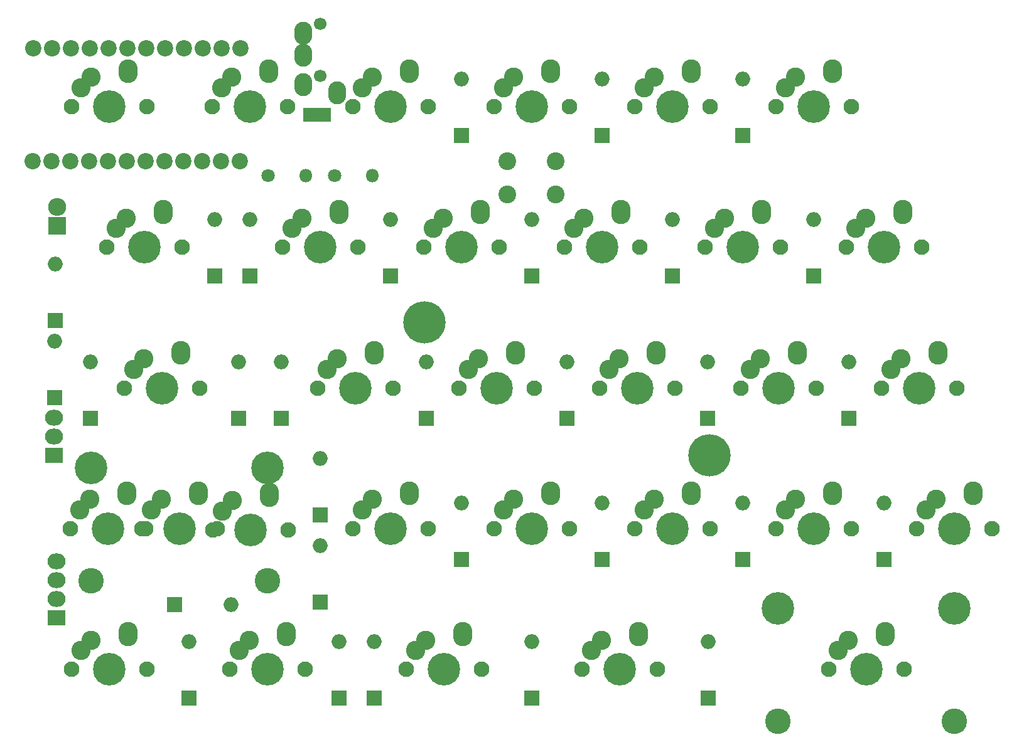
<source format=gbs>
G04 #@! TF.GenerationSoftware,KiCad,Pcbnew,(5.1.6)-1*
G04 #@! TF.CreationDate,2020-06-16T23:59:54+01:00*
G04 #@! TF.ProjectId,Mint60,4d696e74-3630-42e6-9b69-6361645f7063,rev?*
G04 #@! TF.SameCoordinates,Original*
G04 #@! TF.FileFunction,Soldermask,Bot*
G04 #@! TF.FilePolarity,Negative*
%FSLAX46Y46*%
G04 Gerber Fmt 4.6, Leading zero omitted, Abs format (unit mm)*
G04 Created by KiCad (PCBNEW (5.1.6)-1) date 2020-06-16 23:59:54*
%MOMM*%
%LPD*%
G01*
G04 APERTURE LIST*
%ADD10C,2.600000*%
%ADD11C,4.400000*%
%ADD12C,2.100000*%
%ADD13C,3.450000*%
%ADD14O,2.000000X2.000000*%
%ADD15R,2.000000X2.000000*%
%ADD16C,5.700000*%
%ADD17R,2.432000X2.127200*%
%ADD18O,2.432000X2.127200*%
%ADD19C,2.200000*%
%ADD20C,1.700000*%
%ADD21O,2.400000X3.100000*%
%ADD22R,2.432000X2.432000*%
%ADD23O,2.432000X2.432000*%
%ADD24C,1.800000*%
%ADD25O,1.800000X1.800000*%
%ADD26C,2.400000*%
%ADD27R,1.924000X1.924000*%
G04 APERTURE END LIST*
D10*
X51290000Y-44430000D03*
X46290000Y-44930000D03*
D11*
X48750000Y-48875000D03*
D12*
X43670000Y-48875000D03*
X53830000Y-48875000D03*
D10*
X44940000Y-46335000D03*
X51290000Y-43795000D03*
X65590000Y-81970000D03*
X59240000Y-84510000D03*
D12*
X68130000Y-87050000D03*
X57970000Y-87050000D03*
D11*
X63050000Y-87050000D03*
D10*
X60590000Y-83105000D03*
X65590000Y-82605000D03*
X56040000Y-82430000D03*
X49690000Y-84335000D03*
D11*
X53500000Y-86875000D03*
D12*
X48420000Y-86875000D03*
X58580000Y-86875000D03*
D11*
X65400000Y-78635000D03*
X41600000Y-78635000D03*
D13*
X41600000Y-93875000D03*
X65400000Y-93875000D03*
D10*
X56040000Y-81795000D03*
X51040000Y-82930000D03*
X46440000Y-81770000D03*
X40090000Y-84310000D03*
D12*
X48980000Y-86850000D03*
X38820000Y-86850000D03*
D11*
X43900000Y-86850000D03*
D10*
X41440000Y-82905000D03*
X46440000Y-82405000D03*
D14*
X60420000Y-97100000D03*
D15*
X52800000Y-97100000D03*
D16*
X125000000Y-77000000D03*
D17*
X36950000Y-98930000D03*
D18*
X36950000Y-96390000D03*
X36950000Y-93850000D03*
X36950000Y-91310000D03*
D19*
X61690000Y-22030000D03*
X59150000Y-22030000D03*
X56610000Y-22030000D03*
X54070000Y-22030000D03*
X51530000Y-22030000D03*
X48990000Y-22030000D03*
X46450000Y-22030000D03*
X43910000Y-22000000D03*
X41370000Y-22000000D03*
X38830000Y-22000000D03*
X36290000Y-22000000D03*
X33750000Y-22000000D03*
X33690000Y-37240000D03*
X36230000Y-37240000D03*
X38770000Y-37240000D03*
X41310000Y-37240000D03*
X43850000Y-37240000D03*
X46390000Y-37270000D03*
X48930000Y-37270000D03*
X51470000Y-37270000D03*
X54010000Y-37270000D03*
X56550000Y-37270000D03*
X59090000Y-37270000D03*
X61630000Y-37270000D03*
D15*
X36750000Y-58750000D03*
D14*
X36750000Y-51130000D03*
D15*
X58250000Y-52750000D03*
D14*
X58250000Y-45130000D03*
D15*
X63000000Y-52750000D03*
D14*
X63000000Y-45130000D03*
D15*
X91500000Y-33750000D03*
D14*
X91500000Y-26130000D03*
D15*
X110500000Y-33750000D03*
D14*
X110500000Y-26130000D03*
D15*
X129500000Y-33750000D03*
D14*
X129500000Y-26130000D03*
D15*
X36650000Y-69200000D03*
D14*
X36650000Y-61580000D03*
D15*
X61500000Y-72000000D03*
D14*
X61500000Y-64380000D03*
D15*
X82000000Y-52750000D03*
D14*
X82000000Y-45130000D03*
D15*
X101000000Y-52750000D03*
D14*
X101000000Y-45130000D03*
D15*
X120000000Y-52750000D03*
D14*
X120000000Y-45130000D03*
D15*
X139000000Y-52750000D03*
D14*
X139000000Y-45130000D03*
D15*
X41500000Y-72000000D03*
D14*
X41500000Y-64380000D03*
D15*
X67250000Y-72000000D03*
D14*
X67250000Y-64380000D03*
D15*
X86750000Y-72000000D03*
D14*
X86750000Y-64380000D03*
D15*
X105750000Y-72000000D03*
D14*
X105750000Y-64380000D03*
D15*
X124750000Y-72000000D03*
D14*
X124750000Y-64380000D03*
D15*
X143750000Y-72000000D03*
D14*
X143750000Y-64380000D03*
D15*
X72500000Y-96750000D03*
D14*
X72500000Y-89130000D03*
D15*
X72500000Y-85000000D03*
D14*
X72500000Y-77380000D03*
D15*
X91500000Y-91000000D03*
D14*
X91500000Y-83380000D03*
D15*
X110500000Y-91000000D03*
D14*
X110500000Y-83380000D03*
D15*
X129500000Y-91000000D03*
D14*
X129500000Y-83380000D03*
D15*
X148500000Y-91000000D03*
D14*
X148500000Y-83380000D03*
D15*
X54750000Y-109750000D03*
D14*
X54750000Y-102130000D03*
D15*
X75000000Y-109750000D03*
D14*
X75000000Y-102130000D03*
D15*
X79750000Y-109750000D03*
D14*
X79750000Y-102130000D03*
D15*
X101000000Y-109750000D03*
D14*
X101000000Y-102130000D03*
D15*
X124800000Y-109750000D03*
D14*
X124800000Y-102130000D03*
D20*
X72500000Y-18750000D03*
X72500000Y-25750000D03*
D21*
X74800000Y-28050000D03*
X70200000Y-26950000D03*
X70200000Y-19950000D03*
X70200000Y-22950000D03*
D17*
X36600000Y-76940000D03*
D18*
X36600000Y-74400000D03*
X36600000Y-71860000D03*
D22*
X37000000Y-46000000D03*
D23*
X37000000Y-43460000D03*
D24*
X74420000Y-39250000D03*
D25*
X79500000Y-39250000D03*
D24*
X65420000Y-39250000D03*
D25*
X70500000Y-39250000D03*
D10*
X46540000Y-25430000D03*
X41540000Y-25930000D03*
D11*
X44000000Y-29875000D03*
D12*
X38920000Y-29875000D03*
X49080000Y-29875000D03*
D10*
X40190000Y-27335000D03*
X46540000Y-24795000D03*
X65540000Y-25430000D03*
X60540000Y-25930000D03*
D11*
X63000000Y-29875000D03*
D12*
X57920000Y-29875000D03*
X68080000Y-29875000D03*
D10*
X59190000Y-27335000D03*
X65540000Y-24795000D03*
X84540000Y-25430000D03*
X79540000Y-25930000D03*
D11*
X82000000Y-29875000D03*
D12*
X76920000Y-29875000D03*
X87080000Y-29875000D03*
D10*
X78190000Y-27335000D03*
X84540000Y-24795000D03*
X103540000Y-25430000D03*
X98540000Y-25930000D03*
D11*
X101000000Y-29875000D03*
D12*
X95920000Y-29875000D03*
X106080000Y-29875000D03*
D10*
X97190000Y-27335000D03*
X103540000Y-24795000D03*
X122540000Y-25430000D03*
X117540000Y-25930000D03*
D11*
X120000000Y-29875000D03*
D12*
X114920000Y-29875000D03*
X125080000Y-29875000D03*
D10*
X116190000Y-27335000D03*
X122540000Y-24795000D03*
X141540000Y-25430000D03*
X136540000Y-25930000D03*
D11*
X139000000Y-29875000D03*
D12*
X133920000Y-29875000D03*
X144080000Y-29875000D03*
D10*
X135190000Y-27335000D03*
X141540000Y-24795000D03*
X75040000Y-44430000D03*
X70040000Y-44930000D03*
D11*
X72500000Y-48875000D03*
D12*
X67420000Y-48875000D03*
X77580000Y-48875000D03*
D10*
X68690000Y-46335000D03*
X75040000Y-43795000D03*
X94040000Y-44430000D03*
X89040000Y-44930000D03*
D11*
X91500000Y-48875000D03*
D12*
X86420000Y-48875000D03*
X96580000Y-48875000D03*
D10*
X87690000Y-46335000D03*
X94040000Y-43795000D03*
X113040000Y-44430000D03*
X108040000Y-44930000D03*
D11*
X110500000Y-48875000D03*
D12*
X105420000Y-48875000D03*
X115580000Y-48875000D03*
D10*
X106690000Y-46335000D03*
X113040000Y-43795000D03*
X132040000Y-44430000D03*
X127040000Y-44930000D03*
D11*
X129500000Y-48875000D03*
D12*
X124420000Y-48875000D03*
X134580000Y-48875000D03*
D10*
X125690000Y-46335000D03*
X132040000Y-43795000D03*
X151040000Y-44430000D03*
X146040000Y-44930000D03*
D11*
X148500000Y-48875000D03*
D12*
X143420000Y-48875000D03*
X153580000Y-48875000D03*
D10*
X144690000Y-46335000D03*
X151040000Y-43795000D03*
X53665000Y-63430000D03*
X48665000Y-63930000D03*
D11*
X51125000Y-67875000D03*
D12*
X46045000Y-67875000D03*
X56205000Y-67875000D03*
D10*
X47315000Y-65335000D03*
X53665000Y-62795000D03*
X79790000Y-63430000D03*
X74790000Y-63930000D03*
D11*
X77250000Y-67875000D03*
D12*
X72170000Y-67875000D03*
X82330000Y-67875000D03*
D10*
X73440000Y-65335000D03*
X79790000Y-62795000D03*
X98790000Y-63430000D03*
X93790000Y-63930000D03*
D11*
X96250000Y-67875000D03*
D12*
X91170000Y-67875000D03*
X101330000Y-67875000D03*
D10*
X92440000Y-65335000D03*
X98790000Y-62795000D03*
X117790000Y-63430000D03*
X112790000Y-63930000D03*
D11*
X115250000Y-67875000D03*
D12*
X110170000Y-67875000D03*
X120330000Y-67875000D03*
D10*
X111440000Y-65335000D03*
X117790000Y-62795000D03*
X136790000Y-63430000D03*
X131790000Y-63930000D03*
D11*
X134250000Y-67875000D03*
D12*
X129170000Y-67875000D03*
X139330000Y-67875000D03*
D10*
X130440000Y-65335000D03*
X136790000Y-62795000D03*
X155790000Y-63430000D03*
X150790000Y-63930000D03*
D11*
X153250000Y-67875000D03*
D12*
X148170000Y-67875000D03*
X158330000Y-67875000D03*
D10*
X149440000Y-65335000D03*
X155790000Y-62795000D03*
X84540000Y-82430000D03*
X79540000Y-82930000D03*
D11*
X82000000Y-86875000D03*
D12*
X76920000Y-86875000D03*
X87080000Y-86875000D03*
D10*
X78190000Y-84335000D03*
X84540000Y-81795000D03*
X103540000Y-82430000D03*
X98540000Y-82930000D03*
D11*
X101000000Y-86875000D03*
D12*
X95920000Y-86875000D03*
X106080000Y-86875000D03*
D10*
X97190000Y-84335000D03*
X103540000Y-81795000D03*
X122540000Y-82430000D03*
X117540000Y-82930000D03*
D11*
X120000000Y-86875000D03*
D12*
X114920000Y-86875000D03*
X125080000Y-86875000D03*
D10*
X116190000Y-84335000D03*
X122540000Y-81795000D03*
X141540000Y-82430000D03*
X136540000Y-82930000D03*
D11*
X139000000Y-86875000D03*
D12*
X133920000Y-86875000D03*
X144080000Y-86875000D03*
D10*
X135190000Y-84335000D03*
X141540000Y-81795000D03*
X160540000Y-82430000D03*
X155540000Y-82930000D03*
D11*
X158000000Y-86875000D03*
D12*
X152920000Y-86875000D03*
X163080000Y-86875000D03*
D10*
X154190000Y-84335000D03*
X160540000Y-81795000D03*
X46540000Y-101430000D03*
X41540000Y-101930000D03*
D11*
X44000000Y-105875000D03*
D12*
X38920000Y-105875000D03*
X49080000Y-105875000D03*
D10*
X40190000Y-103335000D03*
X46540000Y-100795000D03*
X67915000Y-101430000D03*
X62915000Y-101930000D03*
D11*
X65375000Y-105875000D03*
D12*
X60295000Y-105875000D03*
X70455000Y-105875000D03*
D10*
X61565000Y-103335000D03*
X67915000Y-100795000D03*
X91665000Y-101430000D03*
X86665000Y-101930000D03*
D11*
X89125000Y-105875000D03*
D12*
X84045000Y-105875000D03*
X94205000Y-105875000D03*
D10*
X85315000Y-103335000D03*
X91665000Y-100795000D03*
X115415000Y-101430000D03*
X110415000Y-101930000D03*
D11*
X112875000Y-105875000D03*
D12*
X107795000Y-105875000D03*
X117955000Y-105875000D03*
D10*
X109065000Y-103335000D03*
X115415000Y-100795000D03*
D26*
X104250000Y-41750000D03*
X104250000Y-37250000D03*
X97750000Y-41750000D03*
X97750000Y-37250000D03*
D10*
X148665000Y-101430000D03*
X142315000Y-103335000D03*
D11*
X146125000Y-105875000D03*
D12*
X141045000Y-105875000D03*
X151205000Y-105875000D03*
D11*
X158025000Y-97635000D03*
X134225000Y-97635000D03*
D13*
X134225000Y-112875000D03*
X158025000Y-112875000D03*
D10*
X148665000Y-100795000D03*
X143665000Y-101930000D03*
D16*
X86500000Y-59000000D03*
D27*
X73000000Y-31000000D03*
X71095000Y-31000000D03*
M02*

</source>
